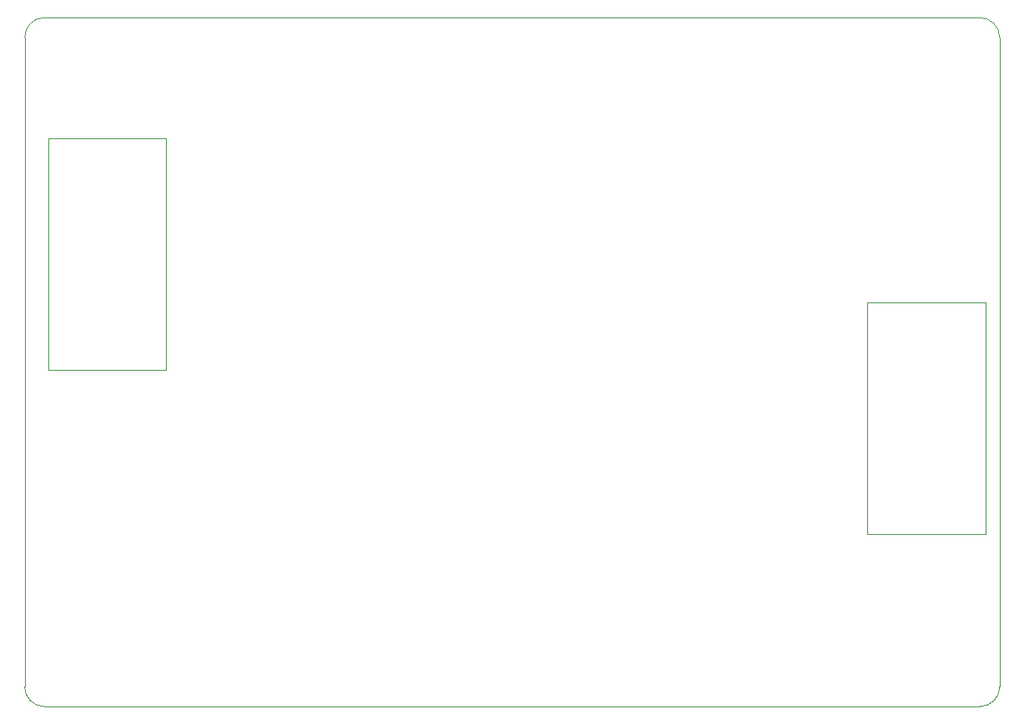
<source format=gbr>
%TF.GenerationSoftware,KiCad,Pcbnew,9.0.3*%
%TF.CreationDate,2025-11-23T12:22:55-05:00*%
%TF.ProjectId,Caretaker,43617265-7461-46b6-9572-2e6b69636164,rev?*%
%TF.SameCoordinates,Original*%
%TF.FileFunction,Profile,NP*%
%FSLAX46Y46*%
G04 Gerber Fmt 4.6, Leading zero omitted, Abs format (unit mm)*
G04 Created by KiCad (PCBNEW 9.0.3) date 2025-11-23 12:22:55*
%MOMM*%
%LPD*%
G01*
G04 APERTURE LIST*
%TA.AperFunction,Profile*%
%ADD10C,0.050000*%
%TD*%
G04 APERTURE END LIST*
D10*
X95681971Y-129748600D02*
X95681971Y-63748600D01*
X97681971Y-131748600D02*
G75*
G02*
X95681971Y-129748600I0J2000000D01*
G01*
X95681971Y-63748600D02*
G75*
G02*
X97681971Y-61748600I2000000J0D01*
G01*
X98061971Y-74014600D02*
X110061971Y-74014600D01*
X110061971Y-97514600D01*
X98061971Y-97514600D01*
X98061971Y-74014600D01*
X192681971Y-61748600D02*
G75*
G02*
X194681971Y-63748600I0J-2000000D01*
G01*
X97681971Y-61748600D02*
X192681971Y-61748600D01*
X194681971Y-129748600D02*
G75*
G02*
X192681971Y-131748600I-2000000J0D01*
G01*
X181251971Y-90694600D02*
X193251971Y-90694600D01*
X193251971Y-114194600D01*
X181251971Y-114194600D01*
X181251971Y-90694600D01*
X194681971Y-63748600D02*
X194681971Y-129748600D01*
X192681971Y-131748600D02*
X97681971Y-131748600D01*
M02*

</source>
